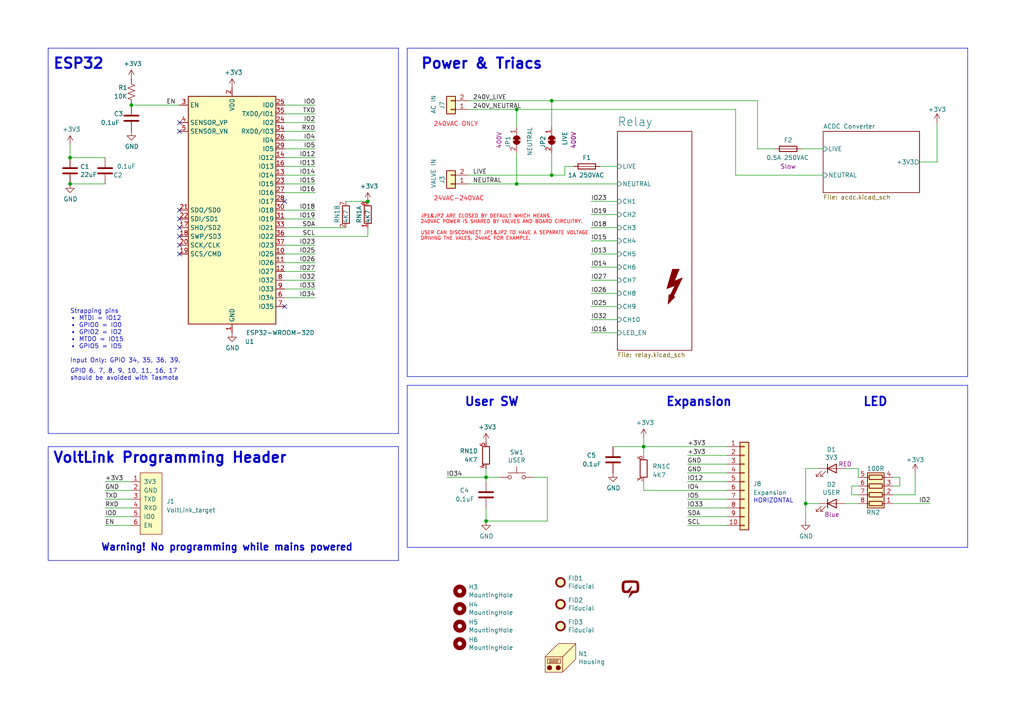
<source format=kicad_sch>
(kicad_sch (version 20230121) (generator eeschema)
  (paper "A4")
  (title_block (title "Voltlog ESP32 10ch Valve Actuator (Tasmota compatible)") (date "2023-08-25") (rev "D") (company "Voltlog"))
  (lib_symbols
    (symbol "+3V3_1" (power) (pin_names (offset 0))
      (property "Value" "+3V3_1" (at 0 3.556 0))
      (symbol "+3V3_1_0_1"
        (polyline (pts (xy -0.762 1.27) (xy 0 2.54)))
        (polyline (pts (xy 0 0) (xy 0 2.54)))
        (polyline (pts (xy 0 2.54) (xy 0.762 1.27)))
      )
      (symbol "+3V3_1_1_1"
        (pin power_in line (at 0 0 90) (length 0) hide (name "+3V3") (number "1"))
      )
    )
    (symbol "+3V3_2" (power) (pin_names (offset 0))
      (property "Value" "+3V3_2" (at 0 3.556 0))
      (symbol "+3V3_2_0_1"
        (polyline (pts (xy -0.762 1.27) (xy 0 2.54)))
        (polyline (pts (xy 0 0) (xy 0 2.54)))
        (polyline (pts (xy 0 2.54) (xy 0.762 1.27)))
      )
      (symbol "+3V3_2_1_1"
        (pin power_in line (at 0 0 90) (length 0) hide (name "+3V3") (number "1"))
      )
    )
    (symbol "Connector_Generic:Conn_01x02" (pin_names (offset 1.016) hide)
      (property "Reference" "J" (at 0 2.54 0))
      (property "Value" "Conn_01x02" (at 0 -5.08 0))
      (symbol "Conn_01x02_1_1"
        (rectangle (start -1.27 -2.413) (end 0 -2.667) (stroke (width 0.1524)))
        (rectangle (start -1.27 0.127) (end 0 -0.127) (stroke (width 0.1524)))
        (rectangle (start -1.27 1.27) (end 1.27 -3.81) (stroke (width 0.254)) (fill (type background)))
        (pin passive line (at -5.08 0 0) (length 3.81) (name "Pin_1") (number "1"))
        (pin passive line (at -5.08 -2.54 0) (length 3.81) (name "Pin_2") (number "2"))
      )
    )
    (symbol "Connector_Generic:Conn_01x10" (pin_names (offset 1.016) hide)
      (property "Reference" "J" (at 0 12.7 0))
      (property "Value" "Conn_01x10" (at 0 -15.24 0))
      (symbol "Conn_01x10_1_1"
        (rectangle (start -1.27 -12.573) (end 0 -12.827) (stroke (width 0.1524)))
        (rectangle (start -1.27 -10.033) (end 0 -10.287) (stroke (width 0.1524)))
        (rectangle (start -1.27 -7.493) (end 0 -7.747) (stroke (width 0.1524)))
        (rectangle (start -1.27 -4.953) (end 0 -5.207) (stroke (width 0.1524)))
        (rectangle (start -1.27 -2.413) (end 0 -2.667) (stroke (width 0.1524)))
        (rectangle (start -1.27 0.127) (end 0 -0.127) (stroke (width 0.1524)))
        (rectangle (start -1.27 2.667) (end 0 2.413) (stroke (width 0.1524)))
        (rectangle (start -1.27 5.207) (end 0 4.953) (stroke (width 0.1524)))
        (rectangle (start -1.27 7.747) (end 0 7.493) (stroke (width 0.1524)))
        (rectangle (start -1.27 10.287) (end 0 10.033) (stroke (width 0.1524)))
        (rectangle (start -1.27 11.43) (end 1.27 -13.97) (stroke (width 0.254)) (fill (type background)))
        (pin passive line (at -5.08 10.16 0) (length 3.81) (name "Pin_1") (number "1"))
        (pin passive line (at -5.08 -12.7 0) (length 3.81) (name "Pin_10") (number "10"))
        (pin passive line (at -5.08 7.62 0) (length 3.81) (name "Pin_2") (number "2"))
        (pin passive line (at -5.08 5.08 0) (length 3.81) (name "Pin_3") (number "3"))
        (pin passive line (at -5.08 2.54 0) (length 3.81) (name "Pin_4") (number "4"))
        (pin passive line (at -5.08 0 0) (length 3.81) (name "Pin_5") (number "5"))
        (pin passive line (at -5.08 -2.54 0) (length 3.81) (name "Pin_6") (number "6"))
        (pin passive line (at -5.08 -5.08 0) (length 3.81) (name "Pin_7") (number "7"))
        (pin passive line (at -5.08 -7.62 0) (length 3.81) (name "Pin_8") (number "8"))
        (pin passive line (at -5.08 -10.16 0) (length 3.81) (name "Pin_9") (number "9"))
      )
    )
    (symbol "Device:C" (pin_numbers hide) (pin_names (offset 0.254))
      (property "Reference" "C" (at 0.635 2.54 0))
      (property "Value" "C" (at 0.635 -2.54 0))
      (symbol "C_0_1"
        (polyline (pts (xy -2.032 -0.762) (xy 2.032 -0.762)) (stroke (width 0.508)))
        (polyline (pts (xy -2.032 0.762) (xy 2.032 0.762)) (stroke (width 0.508)))
      )
      (symbol "C_1_1"
        (pin passive line (at 0 3.81 270) (length 2.794) (name "~") (number "1"))
        (pin passive line (at 0 -3.81 90) (length 2.794) (name "~") (number "2"))
      )
    )
    (symbol "Device:Fuse" (pin_numbers hide) (pin_names (offset 0))
      (property "Reference" "F" (at 2.032 0 90))
      (property "Value" "Fuse" (at -1.905 0 90))
      (symbol "Fuse_0_1"
        (rectangle (start -0.762 -2.54) (end 0.762 2.54) (stroke (width 0.254)))
        (polyline (pts (xy 0 2.54) (xy 0 -2.54)))
      )
      (symbol "Fuse_1_1"
        (pin passive line (at 0 3.81 270) (length 1.27) (name "~") (number "1"))
        (pin passive line (at 0 -3.81 90) (length 1.27) (name "~") (number "2"))
      )
    )
    (symbol "Device:LED" (pin_numbers hide) (pin_names (offset 1.016) hide)
      (property "Reference" "D" (at 0 2.54 0))
      (property "Value" "LED" (at 0 -2.54 0))
      (symbol "LED_0_1"
        (polyline (pts (xy -1.27 -1.27) (xy -1.27 1.27)) (stroke (width 0.254)))
        (polyline (pts (xy -1.27 0) (xy 1.27 0)))
        (polyline (pts (xy 1.27 -1.27) (xy 1.27 1.27) (xy -1.27 0) (xy 1.27 -1.27)) (stroke (width 0.254)))
        (polyline (pts (xy -3.048 -0.762) (xy -4.572 -2.286) (xy -3.81 -2.286) (xy -4.572 -2.286) (xy -4.572 -1.524)))
        (polyline (pts (xy -1.778 -0.762) (xy -3.302 -2.286) (xy -2.54 -2.286) (xy -3.302 -2.286) (xy -3.302 -1.524)))
      )
      (symbol "LED_1_1"
        (pin passive line (at -3.81 0 0) (length 2.54) (name "K") (number "1"))
        (pin passive line (at 3.81 0 180) (length 2.54) (name "A") (number "2"))
      )
    )
    (symbol "Device:R_Pack04" (pin_names (offset 0) hide)
      (property "Reference" "RN" (at -7.62 0 90))
      (property "Value" "R_Pack04" (at 5.08 0 90))
      (symbol "R_Pack04_0_1"
        (rectangle (start -6.35 -2.413) (end 3.81 2.413) (stroke (width 0.254)) (fill (type background)))
        (rectangle (start -5.715 1.905) (end -4.445 -1.905) (stroke (width 0.254)))
        (rectangle (start -3.175 1.905) (end -1.905 -1.905) (stroke (width 0.254)))
        (rectangle (start -0.635 1.905) (end 0.635 -1.905) (stroke (width 0.254)))
        (polyline (pts (xy -5.08 -2.54) (xy -5.08 -1.905)))
        (polyline (pts (xy -5.08 1.905) (xy -5.08 2.54)))
        (polyline (pts (xy -2.54 -2.54) (xy -2.54 -1.905)))
        (polyline (pts (xy -2.54 1.905) (xy -2.54 2.54)))
        (polyline (pts (xy 0 -2.54) (xy 0 -1.905)))
        (polyline (pts (xy 0 1.905) (xy 0 2.54)))
        (polyline (pts (xy 2.54 -2.54) (xy 2.54 -1.905)))
        (polyline (pts (xy 2.54 1.905) (xy 2.54 2.54)))
        (rectangle (start 1.905 1.905) (end 3.175 -1.905) (stroke (width 0.254)))
      )
      (symbol "R_Pack04_1_1"
        (pin passive line (at -5.08 -5.08 90) (length 2.54) (name "R1.1") (number "1"))
        (pin passive line (at -2.54 -5.08 90) (length 2.54) (name "R2.1") (number "2"))
        (pin passive line (at 0 -5.08 90) (length 2.54) (name "R3.1") (number "3"))
        (pin passive line (at 2.54 -5.08 90) (length 2.54) (name "R4.1") (number "4"))
        (pin passive line (at 2.54 5.08 270) (length 2.54) (name "R4.2") (number "5"))
        (pin passive line (at 0 5.08 270) (length 2.54) (name "R3.2") (number "6"))
        (pin passive line (at -2.54 5.08 270) (length 2.54) (name "R2.2") (number "7"))
        (pin passive line (at -5.08 5.08 270) (length 2.54) (name "R1.2") (number "8"))
      )
    )
    (symbol "Device:R_Pack04_Split" (pin_names (offset 0) hide)
      (property "Reference" "RN" (at 2.032 0 90))
      (property "Value" "R_Pack04_Split" (at 0 0 90))
      (symbol "R_Pack04_Split_0_1"
        (rectangle (start 1.016 2.54) (end -1.016 -2.54) (stroke (width 0.254)))
      )
      (symbol "R_Pack04_Split_1_1"
        (pin passive line (at 0 -3.81 90) (length 1.27) (name "R1.1") (number "1"))
        (pin passive line (at 0 3.81 270) (length 1.27) (name "R1.2") (number "8"))
      )
      (symbol "R_Pack04_Split_2_1"
        (pin passive line (at 0 -3.81 90) (length 1.27) (name "R2.1") (number "2"))
        (pin passive line (at 0 3.81 270) (length 1.27) (name "R2.2") (number "7"))
      )
      (symbol "R_Pack04_Split_3_1"
        (pin passive line (at 0 -3.81 90) (length 1.27) (name "R3.1") (number "3"))
        (pin passive line (at 0 3.81 270) (length 1.27) (name "R3.2") (number "6"))
      )
      (symbol "R_Pack04_Split_4_1"
        (pin passive line (at 0 -3.81 90) (length 1.27) (name "R4.1") (number "4"))
        (pin passive line (at 0 3.81 270) (length 1.27) (name "R4.2") (number "5"))
      )
    )
    (symbol "Device:R_US" (pin_numbers hide) (pin_names (offset 0))
      (property "Reference" "R" (at 2.54 0 90))
      (property "Value" "R_US" (at -2.54 0 90))
      (symbol "R_US_0_1"
        (polyline (pts (xy 0 -2.286) (xy 0 -2.54)))
        (polyline (pts (xy 0 2.286) (xy 0 2.54)))
        (polyline (pts (xy 0 -0.762) (xy 1.016 -1.143) (xy 0 -1.524) (xy -1.016 -1.905) (xy 0 -2.286)))
        (polyline (pts (xy 0 0.762) (xy 1.016 0.381) (xy 0 0) (xy -1.016 -0.381) (xy 0 -0.762)))
        (polyline (pts (xy 0 2.286) (xy 1.016 1.905) (xy 0 1.524) (xy -1.016 1.143) (xy 0 0.762)))
      )
      (symbol "R_US_1_1"
        (pin passive line (at 0 3.81 270) (length 1.27) (name "~") (number "1"))
        (pin passive line (at 0 -3.81 90) (length 1.27) (name "~") (number "2"))
      )
    )
    (symbol "Graphic:SYM_Flash_Large" (pin_names (offset 1.016))
      (symbol "SYM_Flash_Large_0_1"
        (polyline (pts (xy 0.127 -3.556) (xy -1.524 -2.921) (xy -1.778 -5.588) (xy 0.127 -3.556)) (stroke (width 0.2032)) (fill (type outline)))
        (polyline (pts (xy -0.508 4.445) (xy 1.397 4.445) (xy 0 1.016) (xy 2.286 1.905) (xy -0.508 -3.937) (xy -1.397 -3.556) (xy 0.254 -0.254) (xy -2.159 -1.143) (xy -0.508 4.445)) (stroke (width 0.2032)) (fill (type outline)))
      )
    )
    (symbol "Jumper:SolderJumper_2_Bridged" (pin_names (offset 0) hide)
      (property "Reference" "JP" (at 0 2.032 0))
      (property "Value" "SolderJumper_2_Bridged" (at 0 -2.54 0))
      (symbol "SolderJumper_2_Bridged_0_1"
        (rectangle (start -0.508 0.508) (end 0.508 -0.508) (fill (type outline)))
        (arc (start -0.254 1.016) (mid -1.2656 0) (end -0.254 -1.016))
        (arc (start -0.254 1.016) (mid -1.2656 0) (end -0.254 -1.016) (fill (type outline)))
        (polyline (pts (xy -0.254 1.016) (xy -0.254 -1.016)))
        (polyline (pts (xy 0.254 1.016) (xy 0.254 -1.016)))
        (arc (start 0.254 -1.016) (mid 1.2656 0) (end 0.254 1.016))
        (arc (start 0.254 -1.016) (mid 1.2656 0) (end 0.254 1.016) (fill (type outline)))
      )
      (symbol "SolderJumper_2_Bridged_1_1"
        (pin passive line (at -3.81 0 0) (length 2.54) (name "A") (number "1"))
        (pin passive line (at 3.81 0 180) (length 2.54) (name "B") (number "2"))
      )
    )
    (symbol "Mechanical:Fiducial"
      (property "Reference" "FID" (at 0 5.08 0))
      (property "Value" "Fiducial" (at 0 3.175 0))
      (symbol "Fiducial_0_1"
        (circle (center 0 0) (radius 1.27) (stroke (width 0.508)) (fill (type background)))
      )
    )
    (symbol "Mechanical:Housing" (pin_names (offset 1.016))
      (property "Reference" "N" (at 3.81 0 0))
      (property "Value" "Housing" (at 3.81 -1.905 0))
      (symbol "Housing_0_1"
        (rectangle (start -5.08 -0.635) (end -1.27 -1.905))
        (circle (center -4.445 -3.175) (radius 0.635) (fill (type outline)))
        (circle (center -1.905 -3.175) (radius 0.635) (fill (type outline)))
        (polyline (pts (xy -4.5212 -1.5748) (xy -4.4704 -1.3716)))
        (polyline (pts (xy -4.4196 -1.6764) (xy -4.064 -1.6764)))
        (polyline (pts (xy -4.4196 -1.2192) (xy -4.3688 -0.9652)))
        (polyline (pts (xy -4.318 -1.3208) (xy -4.0132 -1.3208)))
        (polyline (pts (xy -4.2164 -0.9144) (xy -3.9116 -0.9144)))
        (polyline (pts (xy -3.9116 -1.6256) (xy -3.8608 -1.3716)))
        (polyline (pts (xy -3.81 -1.2192) (xy -3.7592 -0.9652)))
        (polyline (pts (xy -3.6068 -1.5748) (xy -3.556 -1.3716)))
        (polyline (pts (xy -3.5052 -1.6764) (xy -3.1496 -1.6764)))
        (polyline (pts (xy -3.5052 -1.2192) (xy -3.4544 -0.9652)))
        (polyline (pts (xy -3.4036 -1.3208) (xy -3.0988 -1.3208)))
        (polyline (pts (xy -3.302 -0.9144) (xy -2.9972 -0.9144)))
        (polyline (pts (xy -2.9972 -1.6256) (xy -2.9464 -1.3716)))
        (polyline (pts (xy -2.8956 -1.2192) (xy -2.8448 -0.9652)))
        (polyline (pts (xy -2.6924 -1.5748) (xy -2.6416 -1.3716)))
        (polyline (pts (xy -2.5908 -1.6764) (xy -2.2352 -1.6764)))
        (polyline (pts (xy -2.5908 -1.2192) (xy -2.54 -0.9652)))
        (polyline (pts (xy -2.4892 -1.3208) (xy -2.1844 -1.3208)))
        (polyline (pts (xy -2.3876 -0.9144) (xy -2.0828 -0.9144)))
        (polyline (pts (xy -2.0828 -1.6256) (xy -2.032 -1.3716)))
        (polyline (pts (xy -1.9812 -1.2192) (xy -1.9304 -0.9652)))
        (polyline (pts (xy -0.635 0) (xy -0.635 -4.445)))
        (polyline (pts (xy -5.715 0) (xy -0.635 0) (xy 3.175 3.81)))
        (polyline (pts (xy -5.715 0) (xy -5.715 -4.445) (xy -0.635 -4.445) (xy 3.175 -0.635) (xy 3.175 3.81) (xy -1.905 3.81) (xy -5.715 0)) (fill (type background)))
      )
    )
    (symbol "Mechanical:MountingHole" (pin_names (offset 1.016))
      (property "Reference" "H" (at 0 5.08 0))
      (property "Value" "MountingHole" (at 0 3.175 0))
      (symbol "MountingHole_0_1"
        (circle (center 0 0) (radius 1.27) (stroke (width 1.27)))
      )
    )
    (symbol "RF_Module:ESP32-WROOM-32D"
      (property "Reference" "U" (at -12.7 34.29 0))
      (property "Value" "ESP32-WROOM-32D" (at 1.27 34.29 0))
      (symbol "ESP32-WROOM-32D_0_1"
        (rectangle (start -12.7 33.02) (end 12.7 -33.02) (stroke (width 0.254)) (fill (type background)))
      )
      (symbol "ESP32-WROOM-32D_1_1"
        (pin power_in line (at 0 -35.56 90) (length 2.54) (name "GND") (number "1"))
        (pin bidirectional line (at 15.24 -12.7 180) (length 2.54) (name "IO25") (number "10"))
        (pin bidirectional line (at 15.24 -15.24 180) (length 2.54) (name "IO26") (number "11"))
        (pin bidirectional line (at 15.24 -17.78 180) (length 2.54) (name "IO27") (number "12"))
        (pin bidirectional line (at 15.24 10.16 180) (length 2.54) (name "IO14") (number "13"))
        (pin bidirectional line (at 15.24 15.24 180) (length 2.54) (name "IO12") (number "14"))
        (pin passive line (at 0 -35.56 90) (length 2.54) hide (name "GND") (number "15"))
        (pin bidirectional line (at 15.24 12.7 180) (length 2.54) (name "IO13") (number "16"))
        (pin bidirectional line (at -15.24 -5.08 0) (length 2.54) (name "SHD/SD2") (number "17"))
        (pin bidirectional line (at -15.24 -7.62 0) (length 2.54) (name "SWP/SD3") (number "18"))
        (pin bidirectional line (at -15.24 -12.7 0) (length 2.54) (name "SCS/CMD") (number "19"))
        (pin power_in line (at 0 35.56 270) (length 2.54) (name "VDD") (number "2"))
        (pin bidirectional line (at -15.24 -10.16 0) (length 2.54) (name "SCK/CLK") (number "20"))
        (pin bidirectional line (at -15.24 0 0) (length 2.54) (name "SDO/SD0") (number "21"))
        (pin bidirectional line (at -15.24 -2.54 0) (length 2.54) (name "SDI/SD1") (number "22"))
        (pin bidirectional line (at 15.24 7.62 180) (length 2.54) (name "IO15") (number "23"))
        (pin bidirectional line (at 15.24 25.4 180) (length 2.54) (name "IO2") (number "24"))
        (pin bidirectional line (at 15.24 30.48 180) (length 2.54) (name "IO0") (number "25"))
        (pin bidirectional line (at 15.24 20.32 180) (length 2.54) (name "IO4") (number "26"))
        (pin bidirectional line (at 15.24 5.08 180) (length 2.54) (name "IO16") (number "27"))
        (pin bidirectional line (at 15.24 2.54 180) (length 2.54) (name "IO17") (number "28"))
        (pin bidirectional line (at 15.24 17.78 180) (length 2.54) (name "IO5") (number "29"))
        (pin input line (at -15.24 30.48 0) (length 2.54) (name "EN") (number "3"))
        (pin bidirectional line (at 15.24 0 180) (length 2.54) (name "IO18") (number "30"))
        (pin bidirectional line (at 15.24 -2.54 180) (length 2.54) (name "IO19") (number "31"))
        (pin no_connect line (at -12.7 -27.94 0) (length 2.54) hide (name "NC") (number "32"))
        (pin bidirectional line (at 15.24 -5.08 180) (length 2.54) (name "IO21") (number "33"))
        (pin bidirectional line (at 15.24 22.86 180) (length 2.54) (name "RXD0/IO3") (number "34"))
        (pin bidirectional line (at 15.24 27.94 180) (length 2.54) (name "TXD0/IO1") (number "35"))
        (pin bidirectional line (at 15.24 -7.62 180) (length 2.54) (name "IO22") (number "36"))
        (pin bidirectional line (at 15.24 -10.16 180) (length 2.54) (name "IO23") (number "37"))
        (pin passive line (at 0 -35.56 90) (length 2.54) hide (name "GND") (number "38"))
        (pin passive line (at 0 -35.56 90) (length 2.54) hide (name "GND") (number "39"))
        (pin input line (at -15.24 25.4 0) (length 2.54) (name "SENSOR_VP") (number "4"))
        (pin input line (at -15.24 22.86 0) (length 2.54) (name "SENSOR_VN") (number "5"))
        (pin input line (at 15.24 -25.4 180) (length 2.54) (name "IO34") (number "6"))
        (pin input line (at 15.24 -27.94 180) (length 2.54) (name "IO35") (number "7"))
        (pin bidirectional line (at 15.24 -20.32 180) (length 2.54) (name "IO32") (number "8"))
        (pin bidirectional line (at 15.24 -22.86 180) (length 2.54) (name "IO33") (number "9"))
      )
    )
    (symbol "Switch:SW_Push" (pin_numbers hide) (pin_names (offset 1.016) hide)
      (property "Reference" "SW" (at 1.27 2.54 0))
      (property "Value" "SW_Push" (at 0 -1.524 0))
      (symbol "SW_Push_0_1"
        (circle (center -2.032 0) (radius 0.508))
        (polyline (pts (xy 0 1.27) (xy 0 3.048)))
        (polyline (pts (xy 2.54 1.27) (xy -2.54 1.27)))
        (circle (center 2.032 0) (radius 0.508))
        (pin passive line (at -5.08 0 0) (length 2.54) (name "1") (number "1"))
        (pin passive line (at 5.08 0 180) (length 2.54) (name "2") (number "2"))
      )
    )
    (symbol "Voltlog:VoltLink_target" (pin_names (offset 1.016))
      (property "Reference" "J" (at 0 10.16 0))
      (property "Value" "VoltLink_target" (at 0 -10.16 0))
      (symbol "VoltLink_target_0_1"
        (rectangle (start 2.54 -8.89) (end -3.81 8.89) (fill (type background)))
      )
      (symbol "VoltLink_target_1_1"
        (pin power_in line (at -6.35 6.35 0) (length 2.54) (name "3V3") (number "1"))
        (pin power_in line (at -6.35 3.81 0) (length 2.54) (name "GND") (number "2"))
        (pin bidirectional line (at -6.35 1.27 0) (length 2.54) (name "TXD") (number "3"))
        (pin bidirectional line (at -6.35 -1.27 0) (length 2.54) (name "RXD") (number "4"))
        (pin bidirectional line (at -6.35 -3.81 0) (length 2.54) (name "IO0") (number "5"))
        (pin bidirectional line (at -6.35 -6.35 0) (length 2.54) (name "EN") (number "6"))
      )
    )
    (symbol "power:+3V3" (power) (pin_names (offset 0))
      (property "Value" "+3V3" (at 0 3.556 0))
      (symbol "+3V3_0_1"
        (polyline (pts (xy -0.762 1.27) (xy 0 2.54)))
        (polyline (pts (xy 0 0) (xy 0 2.54)))
        (polyline (pts (xy 0 2.54) (xy 0.762 1.27)))
      )
      (symbol "+3V3_1_1"
        (pin power_in line (at 0 0 90) (length 0) hide (name "+3V3") (number "1"))
      )
    )
    (symbol "power:GND" (power) (pin_names (offset 0))
      (property "Value" "GND" (at 0 -3.81 0))
      (symbol "GND_0_1"
        (polyline (pts (xy 0 0) (xy 0 -1.27) (xy 1.27 -1.27) (xy 0 -2.54) (xy -1.27 -1.27) (xy 0 -1.27)))
      )
      (symbol "GND_1_1"
        (pin power_in line (at 0 0 270) (length 0) hide (name "GND") (number "1"))
      )
    )
    (symbol "voltlog:VOLTLOG_LOGO" (pin_numbers hide) (pin_names (offset 0) hide)
      (symbol "VOLTLOG_LOGO_0_0"
        (polyline (pts (xy -0.4064 -3.0988) (xy -0.4064 -3.0734) (xy -0.2286 -2.8956) (xy -0.1778 -2.8194) (xy -0.0254 -2.667) (xy 0.0508 -2.5654) (xy 0.2032 -2.413) (xy 0.2794 -2.3114) (xy 0.4318 -2.159) (xy 0.5334 -2.0066) (xy 0.7366 -1.8034) (xy 1.524 -1.8034) (xy 1.6002 -1.778) (xy 1.7018 -1.778) (xy 1.8288 -1.7526) (xy 1.9558 -1.7018) (xy 2.0574 -1.6256) (xy 2.2352 -1.4478) (xy 2.286 -1.3462) (xy 2.3622 -1.2192) (xy 2.3876 -1.0922) (xy 2.413 -1.0414) (xy 2.413 -0.9398) (xy 2.4384 -0.8382) (xy 2.4384 -0.7366) (xy 2.4638 -0.6096) (xy 2.4638 0.6096) (xy 2.4384 0.6858) (xy 2.4384 0.762) (xy 2.413 0.8382) (xy 2.413 0.9398) (xy 2.3622 1.143) (xy 2.3114 1.2954) (xy 2.2606 1.3716) (xy 2.2098 1.4224) (xy 2.159 1.4986) (xy 2.1082 1.524) (xy 2.0574 1.5748) (xy 1.9812 1.6256) (xy 1.8796 1.6764) (xy 1.7272 1.7272) (xy 1.6256 1.7526) (xy 1.524 1.7526) (xy 1.397 1.778) (xy 1.27 1.778) (xy 1.1176 1.8034) (xy 0.6096 1.8034) (xy 0.4318 1.8288) (xy -0.4826 1.8288) (xy -0.6604 1.8034) (xy -1.143 1.8034) (xy -1.2954 1.778) (xy -1.4224 1.778) (xy -1.5494 1.7526) (xy -1.651 1.7526) (xy -1.7272 1.7272) (xy -1.8034 1.7272) (xy -1.9304 1.6764) (xy -2.032 1.6256) (xy -2.1336 1.5494) (xy -2.2352 1.4478) (xy -2.2606 1.397) (xy -2.3622 1.2954) (xy -2.413 1.143) (xy -2.4638 0.9398) (xy -2.4638 0.8382) (xy -2.4892 0.7112) (xy -2.5146 0.5588) (xy -2.5146 -0.635) (xy -2.4638 -0.889) (xy -2.4638 -0.9906) (xy -2.4384 -1.0922) (xy -2.3876 -1.2446) (xy -2.286 -1.4478) (xy -2.1844 -1.5494) (xy -1.9812 -1.7018) (xy -1.8542 -1.7526) (xy -1.7526 -1.8034) (xy -1.1938 -1.8034) (xy -1.1176 -1.778) (xy -0.5588 -1.778) (xy -0.4064 -1.7018) (xy -0.3302 -1.651) (xy -0.1778 -1.4986) (xy -0.1778 -1.4732) (xy -0.127 -1.3716) (xy -0.0508 -1.143) (xy -0.0254 -1.0922) (xy 0 -1.016) (xy 0.0254 -0.9144) (xy 0.0762 -0.8128) (xy 0.1016 -0.7112) (xy 0.1524 -0.5842) (xy 0.1778 -0.4826) (xy 0.2286 -0.3556) (xy 0.2286 -0.3302) (xy 0.254 -0.254) (xy 0.3048 -0.1524) (xy 0.3556 0) (xy 0.3556 0.0508) (xy 0.381 0.1016) (xy 0.381 0.127) (xy 0.4064 0.127) (xy 0.3556 0.1778) (xy 0.3302 0.1778) (xy 0.3302 0.1524) (xy 0.3048 0.1524) (xy 0.1778 0.0254) (xy 0.1524 -0.0254) (xy 0.0508 -0.127) (xy 0 -0.2032) (xy -0.1524 -0.3556) (xy -0.2286 -0.4572) (xy -0.4064 -0.635) (xy -0.4826 -0.7366) (xy -0.5334 -0.8128) (xy -0.6096 -0.8636) (xy -0.6604 -0.9398) (xy -0.8128 -1.0922) (xy -0.8636 -1.1684) (xy -1.4224 -1.1684) (xy -1.4986 -1.143) (xy -1.6256 -1.143) (xy -1.651 -1.1176) (xy -1.7272 -1.0922) (xy -1.778 -0.9906) (xy -1.8034 -0.9652) (xy -1.8034 -0.889) (xy -1.8288 -0.7874) (xy -1.8288 -0.6858) (xy -1.8542 -0.5588) (xy -1.8542 0.4572) (xy -1.8288 0.5842) (xy -1.8288 0.7112) (xy -1.8034 0.8128) (xy -1.8034 0.8636) (xy -1.778 0.9144) (xy -1.778 0.9652) (xy -1.7526 1.016) (xy -1.7272 1.0414) (xy -1.6256 1.0922) (xy -1.5748 1.0922) (xy -1.4986 1.1176) (xy -1.2954 1.1176) (xy -1.1684 1.143) (xy -0.8636 1.143) (xy -0.6858 1.1684) (xy 0.5588 1.1684) (xy 0.7366 1.143) (xy 1.1684 1.143) (xy 1.2954 1.1176) (xy 1.397 1.1176) (xy 1.4986 1.0922) (xy 1.5748 1.0922) (xy 1.6764 1.0414) (xy 1.7018 1.016) (xy 1.7272 0.9652) (xy 1.7526 0.889) (xy 1.7526 0.8128) (xy 1.778 0.7874) (xy 1.778 0.6858) (xy 1.8034 0.5588) (xy 1.8034 0.2794) (xy 1.8288 0.127) (xy 1.8288 -0.1778) (xy 1.8034 -0.3302) (xy 1.8034 -0.5842) (xy 1.778 -0.7112) (xy 1.778 -0.8128) (xy 1.7526 -0.9144) (xy 1.7526 -0.9906) (xy 1.7272 -1.016) (xy 1.7018 -1.0668) (xy 1.651 -1.1176) (xy 1.6002 -1.143) (xy 1.5748 -1.143) (xy 1.524 -1.1684) (xy 0.5334 -1.1684) (xy 0.4826 -1.1938) (xy 0.381 -1.1938) (xy 0.3556 -1.2192) (xy 0.3302 -1.2192) (xy 0.2794 -1.2446) (xy 0.2286 -1.2954) (xy 0.1524 -1.3462) (xy 0.0508 -1.4986) (xy 0.0254 -1.524) (xy 0 -1.5748) (xy 0 -1.6256) (xy -0.0254 -1.6764) (xy -0.0508 -1.7526) (xy -0.0762 -1.778) (xy -0.0762 -1.8288) (xy -0.127 -1.9812) (xy -0.1778 -2.0828) (xy -0.2032 -2.1844) (xy -0.254 -2.286) (xy -0.2794 -2.413) (xy -0.3302 -2.5146) (xy -0.3556 -2.6162) (xy -0.381 -2.6924) (xy -0.4318 -2.794) (xy -0.4826 -2.9464) (xy -0.4826 -2.9972) (xy -0.508 -3.048) (xy -0.508 -3.1242) (xy -0.4318 -3.1242) (xy -0.4064 -3.0988)) (stroke (width 0.0254)) (fill (type outline)))
      )
    )
  )
  (junction (at 186.69 129.54))
  (junction (at 38.1 30.48))
  (junction (at 106.68 58.42))
  (junction (at 160.02 50.8))
  (junction (at 149.86 53.34))
  (junction (at 149.86 31.75))
  (junction (at 20.32 45.72))
  (junction (at 233.68 146.05))
  (junction (at 140.97 138.43))
  (junction (at 140.97 151.13))
  (junction (at 160.02 29.21))
  (junction (at 20.32 53.34))
  (no_connect (at 82.55 88.9))
  (no_connect (at 52.07 60.96))
  (no_connect (at 52.07 71.12))
  (no_connect (at 52.07 35.56))
  (no_connect (at 52.07 63.5))
  (no_connect (at 52.07 38.1))
  (no_connect (at 52.07 66.04))
  (no_connect (at 52.07 68.58))
  (no_connect (at 52.07 73.66))
  (no_connect (at 82.55 58.42))
  (wire (pts (xy 91.44 76.2) (xy 82.55 76.2)))
  (wire (pts (xy 149.86 31.75) (xy 149.86 36.83)))
  (wire (pts (xy 213.36 31.75) (xy 213.36 50.8)))
  (wire (pts (xy 171.45 69.85) (xy 179.07 69.85)))
  (wire (pts (xy 248.92 135.89) (xy 248.92 138.43)))
  (wire (pts (xy 100.33 58.42) (xy 106.68 58.42)))
  (wire (pts (xy 233.68 146.05) (xy 233.68 151.13)))
  (polyline (pts (xy 115.57 129.54) (xy 115.57 162.56)))
  (wire (pts (xy 237.49 135.89) (xy 233.68 135.89)))
  (wire (pts (xy 82.55 43.18) (xy 91.44 43.18)))
  (wire (pts (xy 140.97 138.43) (xy 140.97 139.7)))
  (wire (pts (xy 82.55 45.72) (xy 91.44 45.72)))
  (polyline (pts (xy 13.97 125.73) (xy 13.97 13.97)))
  (wire (pts (xy 82.55 48.26) (xy 91.44 48.26)))
  (wire (pts (xy 219.71 43.18) (xy 224.79 43.18)))
  (wire (pts (xy 219.71 29.21) (xy 219.71 43.18)))
  (wire (pts (xy 160.02 29.21) (xy 219.71 29.21)))
  (wire (pts (xy 213.36 50.8) (xy 238.76 50.8)))
  (wire (pts (xy 144.78 138.43) (xy 140.97 138.43)))
  (wire (pts (xy 38.1 149.86) (xy 30.48 149.86)))
  (wire (pts (xy 149.86 44.45) (xy 149.86 53.34)))
  (wire (pts (xy 82.55 63.5) (xy 91.44 63.5)))
  (wire (pts (xy 248.92 146.05) (xy 245.11 146.05)))
  (wire (pts (xy 266.7 46.99) (xy 271.78 46.99)))
  (polyline (pts (xy 118.11 111.76) (xy 280.67 111.76)))
  (wire (pts (xy 199.39 152.4) (xy 210.82 152.4)))
  (wire (pts (xy 82.55 68.58) (xy 106.68 68.58)))
  (wire (pts (xy 38.1 142.24) (xy 30.48 142.24)))
  (wire (pts (xy 38.1 147.32) (xy 30.48 147.32)))
  (wire (pts (xy 135.89 53.34) (xy 149.86 53.34)))
  (wire (pts (xy 163.83 48.26) (xy 166.37 48.26)))
  (wire (pts (xy 260.985 138.43) (xy 260.985 140.97)))
  (wire (pts (xy 160.02 50.8) (xy 163.83 50.8)))
  (polyline (pts (xy 115.57 125.73) (xy 13.97 125.73)))
  (wire (pts (xy 129.54 138.43) (xy 140.97 138.43)))
  (wire (pts (xy 171.45 88.9) (xy 179.07 88.9)))
  (wire (pts (xy 186.69 142.24) (xy 186.69 139.7)))
  (wire (pts (xy 177.8 129.54) (xy 186.69 129.54)))
  (wire (pts (xy 171.45 81.28) (xy 179.07 81.28)))
  (wire (pts (xy 171.45 85.09) (xy 179.07 85.09)))
  (wire (pts (xy 171.45 62.23) (xy 179.07 62.23)))
  (wire (pts (xy 106.68 68.58) (xy 106.68 66.04)))
  (wire (pts (xy 82.55 40.64) (xy 91.44 40.64)))
  (polyline (pts (xy 13.97 162.56) (xy 13.97 129.54)))
  (wire (pts (xy 199.39 132.08) (xy 210.82 132.08)))
  (wire (pts (xy 163.83 50.8) (xy 163.83 48.26)))
  (wire (pts (xy 91.44 53.34) (xy 82.55 53.34)))
  (wire (pts (xy 82.55 55.88) (xy 91.44 55.88)))
  (wire (pts (xy 140.97 147.32) (xy 140.97 151.13)))
  (wire (pts (xy 271.78 35.56) (xy 271.78 46.99)))
  (wire (pts (xy 233.68 135.89) (xy 233.68 146.05)))
  (wire (pts (xy 140.97 135.89) (xy 140.97 138.43)))
  (wire (pts (xy 173.99 48.26) (xy 179.07 48.26)))
  (wire (pts (xy 160.02 29.21) (xy 160.02 36.83)))
  (polyline (pts (xy 280.67 109.22) (xy 118.11 109.22)))
  (wire (pts (xy 186.69 129.54) (xy 210.82 129.54)))
  (wire (pts (xy 248.92 140.97) (xy 247.015 140.97)))
  (wire (pts (xy 82.55 30.48) (xy 91.44 30.48)))
  (wire (pts (xy 199.39 137.16) (xy 210.82 137.16)))
  (wire (pts (xy 91.44 50.8) (xy 82.55 50.8)))
  (wire (pts (xy 199.39 147.32) (xy 210.82 147.32)))
  (wire (pts (xy 158.75 138.43) (xy 158.75 151.13)))
  (polyline (pts (xy 13.97 13.97) (xy 115.57 13.97)))
  (wire (pts (xy 186.69 127) (xy 186.69 129.54)))
  (wire (pts (xy 171.45 73.66) (xy 179.07 73.66)))
  (wire (pts (xy 91.44 83.82) (xy 82.55 83.82)))
  (polyline (pts (xy 118.11 13.97) (xy 280.67 13.97)))
  (wire (pts (xy 20.32 53.34) (xy 30.48 53.34)))
  (wire (pts (xy 154.94 138.43) (xy 158.75 138.43)))
  (polyline (pts (xy 280.67 13.97) (xy 280.67 109.22)))
  (wire (pts (xy 171.45 96.52) (xy 179.07 96.52)))
  (wire (pts (xy 52.07 30.48) (xy 38.1 30.48)))
  (wire (pts (xy 82.55 35.56) (xy 91.44 35.56)))
  (wire (pts (xy 247.015 140.97) (xy 247.015 143.51)))
  (wire (pts (xy 140.97 151.13) (xy 158.75 151.13)))
  (wire (pts (xy 91.44 81.28) (xy 82.55 81.28)))
  (wire (pts (xy 20.32 41.91) (xy 20.32 45.72)))
  (wire (pts (xy 135.89 31.75) (xy 149.86 31.75)))
  (wire (pts (xy 91.44 33.02) (xy 82.55 33.02)))
  (wire (pts (xy 91.44 78.74) (xy 82.55 78.74)))
  (wire (pts (xy 199.39 134.62) (xy 210.82 134.62)))
  (wire (pts (xy 237.49 146.05) (xy 233.68 146.05)))
  (polyline (pts (xy 280.67 111.76) (xy 280.67 158.75)))
  (polyline (pts (xy 13.97 129.54) (xy 115.57 129.54)))
  (wire (pts (xy 38.1 139.7) (xy 30.48 139.7)))
  (wire (pts (xy 160.02 44.45) (xy 160.02 50.8)))
  (wire (pts (xy 38.1 152.4) (xy 30.48 152.4)))
  (wire (pts (xy 199.39 149.86) (xy 210.82 149.86)))
  (wire (pts (xy 82.55 71.12) (xy 91.44 71.12)))
  (wire (pts (xy 82.55 66.04) (xy 100.33 66.04)))
  (wire (pts (xy 186.69 142.24) (xy 210.82 142.24)))
  (wire (pts (xy 82.55 73.66) (xy 91.44 73.66)))
  (wire (pts (xy 20.32 45.72) (xy 30.48 45.72)))
  (wire (pts (xy 265.43 137.16) (xy 265.43 143.51)))
  (wire (pts (xy 247.015 143.51) (xy 248.92 143.51)))
  (wire (pts (xy 91.44 38.1) (xy 82.55 38.1)))
  (wire (pts (xy 259.08 146.05) (xy 269.875 146.05)))
  (wire (pts (xy 259.08 143.51) (xy 265.43 143.51)))
  (wire (pts (xy 259.08 138.43) (xy 260.985 138.43)))
  (wire (pts (xy 171.45 92.71) (xy 179.07 92.71)))
  (wire (pts (xy 82.55 60.96) (xy 91.44 60.96)))
  (wire (pts (xy 82.55 86.36) (xy 91.44 86.36)))
  (wire (pts (xy 199.39 144.78) (xy 210.82 144.78)))
  (wire (pts (xy 38.1 144.78) (xy 30.48 144.78)))
  (polyline (pts (xy 13.97 162.56) (xy 115.57 162.56)))
  (wire (pts (xy 171.45 77.47) (xy 179.07 77.47)))
  (polyline (pts (xy 118.11 109.22) (xy 118.11 13.97)))
  (wire (pts (xy 135.89 50.8) (xy 160.02 50.8)))
  (wire (pts (xy 149.86 31.75) (xy 213.36 31.75)))
  (wire (pts (xy 245.11 135.89) (xy 248.92 135.89)))
  (polyline (pts (xy 118.11 158.75) (xy 118.11 111.76)))
  (wire (pts (xy 186.69 132.08) (xy 186.69 129.54)))
  (wire (pts (xy 171.45 66.04) (xy 179.07 66.04)))
  (polyline (pts (xy 280.67 158.75) (xy 118.11 158.75)))
  (wire (pts (xy 149.86 53.34) (xy 179.07 53.34)))
  (wire (pts (xy 171.45 58.42) (xy 179.07 58.42)))
  (wire (pts (xy 199.39 139.7) (xy 210.82 139.7)))
  (wire (pts (xy 232.41 43.18) (xy 238.76 43.18)))
  (wire (pts (xy 135.89 29.21) (xy 160.02 29.21)))
  (polyline (pts (xy 115.57 13.97) (xy 115.57 125.73)))
  (wire (pts (xy 260.985 140.97) (xy 259.08 140.97)))
  (text "LED" (at 250.19 118.11 0) (effects (font (size 2.4892 2.4892) (thickness 0.4978) bold) (justify left bottom)))
  (text "User SW" (at 134.62 118.11 0) (effects (font (size 2.4892 2.4892) (thickness 0.4978) bold) (justify left bottom)))
  (text "Warning! No programming while mains powered" (at 29.21 160.02 0) (effects (font (size 2.0066 2.0066) (thickness 0.4013) bold) (justify left bottom)))
  (text "Strapping pins\n• MTDI = IO12\n• GPIO0 = IO0\n• GPIO2 = IO2\n• MTDO = IO15\n• GPIO5 = IO5\n\nInput Only: GPIO 34, 35, 36, 39." (at 20.32 105.41 0) (effects (font (size 1.27 1.27)) (justify left bottom)))
  (text "HORIZONTAL" (at 218.44 146.05 0) (effects (font (size 1.27 1.27)) (justify left bottom)))
  (text "VoltLink Programming Header" (at 15.24 134.62 0) (effects (font (size 2.9972 2.9972) (thickness 0.5994) bold) (justify left bottom)))
  (text "Expansion" (at 193.04 118.11 0) (effects (font (size 2.4892 2.4892) (thickness 0.4978) bold) (justify left bottom)))
  (text "ESP32" (at 15.24 20.32 0) (effects (font (size 2.9972 2.9972) (thickness 0.5994) bold) (justify left bottom)))
  (text "240VAC ONLY" (at 125.73 36.83 0) (effects (font (size 1.27 1.27)) (justify left bottom)))
  (text "JP1&JP2 ARE CLOSED BY DEFAULT WHICH MEANS\n240VAC POWER IS SHARED BY VALVES AND BOARD CIRCUITRY.\n\nUSER CAN DISCONNECT JP1&JP2 TO HAVE A SEPARATE VOLTAGE\nDRIVING THE VALES, 24VAC FOR EXAMPLE." (at 121.92 69.85 0) (effects (font (size 1 1)) (justify left bottom)))
  (text "GPIO 6, 7, 8, 9, 10, 11, 16, 17\nshould be avoided with Tasmota" (at 20.32 110.49 0) (effects (font (size 1.27 1.27)) (justify left bottom)))
  (text "Power & Triacs" (at 121.92 20.32 0) (effects (font (size 2.9972 2.9972) (thickness 0.5994) bold) (justify left bottom)))
  (text "24VAC-240VAC" (at 125.73 58.42 0) (effects (font (size 1.27 1.27)) (justify left bottom)))
  (label "IO2" (at 91.44 35.56 180))
  (label "240V_NEUTRAL" (at 137.16 31.75 0))
  (label "240V_LIVE" (at 137.16 29.21 0))
  (label "IO14" (at 91.44 50.8 180))
  (label "IO23" (at 171.45 58.42 0))
  (label "IO19" (at 171.45 62.23 0))
  (label "IO5" (at 199.39 144.78 0))
  (label "IO32" (at 171.45 92.71 0))
  (label "GND" (at 30.48 142.24 0))
  (label "EN" (at 48.26 30.48 0))
  (label "IO18" (at 91.44 60.96 180))
  (label "IO25" (at 171.45 88.9 0))
  (label "RXD" (at 30.48 147.32 0))
  (label "IO0" (at 30.48 149.86 0))
  (label "IO33" (at 199.39 147.32 0))
  (label "IO18" (at 171.45 66.04 0))
  (label "+3V3" (at 199.39 129.54 0))
  (label "IO33" (at 91.44 83.82 180))
  (label "IO15" (at 91.44 53.34 180))
  (label "IO5" (at 91.44 43.18 180))
  (label "IO25" (at 91.44 73.66 180))
  (label "IO2" (at 269.875 146.05 180))
  (label "IO34" (at 129.54 138.43 0))
  (label "NEUTRAL" (at 137.16 53.34 0))
  (label "IO34" (at 91.44 86.36 180))
  (label "IO16" (at 91.44 55.88 180))
  (label "IO13" (at 91.44 48.26 180))
  (label "IO4" (at 91.44 40.64 180))
  (label "TXD" (at 91.44 33.02 180))
  (label "IO12" (at 199.39 139.7 0))
  (label "GND" (at 199.39 137.16 0))
  (label "IO15" (at 171.45 69.85 0))
  (label "IO14" (at 171.45 77.47 0))
  (label "TXD" (at 30.48 144.78 0))
  (label "IO27" (at 171.45 81.28 0))
  (label "RXD" (at 91.44 38.1 180))
  (label "IO4" (at 199.39 142.24 0))
  (label "IO16" (at 171.45 96.52 0))
  (label "LIVE" (at 137.16 50.8 0))
  (label "IO19" (at 91.44 63.5 180))
  (label "SCL" (at 91.44 68.58 180))
  (label "GND" (at 199.39 134.62 0))
  (label "SDA" (at 199.39 149.86 0))
  (label "+3V3" (at 199.39 132.08 0))
  (label "IO13" (at 171.45 73.66 0))
  (label "SCL" (at 199.39 152.4 0))
  (label "IO26" (at 91.44 76.2 180))
  (label "IO27" (at 91.44 78.74 180))
  (label "IO12" (at 91.44 45.72 180))
  (label "EN" (at 30.48 152.4 0))
  (label "+3V3" (at 30.48 139.7 0))
  (label "IO0" (at 91.44 30.48 180))
  (label "IO23" (at 91.44 71.12 180))
  (label "IO26" (at 171.45 85.09 0))
  (label "IO32" (at 91.44 81.28 180))
  (label "SDA" (at 91.44 66.04 180))
  (symbol (lib_id "RF_Module:ESP32-WROOM-32D") (at 67.31 60.96 0) (unit 1)
    (property "Reference" "U1" (at 72.39 99.06 0))
    (property "Value" "ESP32-WROOM-32D" (at 81.28 96.52 0))
    (property "Footprint" "RF_Module:ESP32-WROOM-32" (effects hide))
    (property "Datasheet" "https://www.espressif.com/sites/default/files/documentation/esp32-wroom-32d_esp32-wroom-32u_datasheet_en.pdf" (effects hide))
  )
  (symbol (lib_id "power:+3V3") (at 38.1 22.86 0) (unit 1)
    (property "Reference" "#PWR03" (effects hide))
    (property "Value" "+3V3" (at 38.481 18.4658 0))
  )
  (symbol (lib_id "power:GND") (at 67.31 96.52 0) (unit 1)
    (property "Reference" "#PWR06" (effects hide))
    (property "Value" "GND" (at 67.437 100.9142 0))
  )
  (symbol (lib_id "Mechanical:MountingHole") (at 133.35 171.45 0) (unit 1)
    (property "Reference" "H3" (at 135.89 170.2816 0) (effects (justify left)))
    (property "Value" "MountingHole" (at 135.89 172.593 0) (effects (justify left)))
    (property "Footprint" "MountingHole:MountingHole_3.2mm_M3_DIN965" (effects hide))
  )
  (symbol (lib_id "Mechanical:MountingHole") (at 133.35 176.53 0) (unit 1)
    (property "Reference" "H4" (at 135.89 175.3616 0) (effects (justify left)))
    (property "Value" "MountingHole" (at 135.89 177.673 0) (effects (justify left)))
    (property "Footprint" "MountingHole:MountingHole_3.2mm_M3_DIN965" (effects hide))
  )
  (symbol (lib_id "Mechanical:MountingHole") (at 133.35 181.61 0) (unit 1)
    (property "Reference" "H5" (at 135.89 180.4416 0) (effects (justify left)))
    (property "Value" "MountingHole" (at 135.89 182.753 0) (effects (justify left)))
    (property "Footprint" "MountingHole:MountingHole_3.2mm_M3_DIN965" (effects hide))
  )
  (symbol (lib_id "Mechanical:MountingHole") (at 133.35 186.69 0) (unit 1)
    (property "Reference" "H6" (at 135.89 185.5216 0) (effects (justify left)))
    (property "Value" "MountingHole" (at 135.89 187.833 0) (effects (justify left)))
    (property "Footprint" "MountingHole:MountingHole_3.2mm_M3_DIN965" (effects hide))
  )
  (symbol (lib_id "power:GND") (at 140.97 151.13 0) (unit 1)
    (property "Reference" "#PWR011" (effects hide))
    (property "Value" "GND" (at 141.097 155.5242 0))
  )
  (symbol (lib_id "Device:C") (at 38.1 34.29 0) (unit 1)
    (property "Reference" "C3" (at 33.02 33.02 0) (effects (justify left)))
    (property "Value" "0.1uF" (at 29.21 35.56 0) (effects (justify left)))
    (property "Footprint" "Capacitor_SMD:C_0402_1005Metric" (effects hide))
    (property "LCSC" "C307331" (effects hide))
    (property "PN" "CL05B104KB54PNC" (effects hide))
    (property "Voltage" "50V" (effects hide))
  )
  (symbol (lib_id "Device:C") (at 20.32 49.53 0) (unit 1)
    (property "Reference" "C1" (at 23.241 48.3616 0) (effects (justify left)))
    (property "Value" "22uF" (at 23.241 50.673 0) (effects (justify left)))
    (property "Footprint" "Capacitor_SMD:C_1206_3216Metric" (effects hide))
    (property "PN" "CL31A226KAHNNNE" (effects hide))
    (property "LCSC" "C12891" (effects hide))
    (property "Voltage" "25V" (effects hide))
  )
  (symbol (lib_id "Mechanical:Fiducial") (at 162.56 168.91 0) (unit 1)
    (property "Reference" "FID1" (at 164.719 167.7416 0) (effects (justify left)))
    (property "Value" "Fiducial" (at 164.719 170.053 0) (effects (justify left)))
    (property "Footprint" "Fiducial:Fiducial_0.5mm_Mask1mm" (effects hide))
  )
  (symbol (lib_id "Mechanical:Fiducial") (at 162.56 175.26 0) (unit 1)
    (property "Reference" "FID2" (at 164.719 174.0916 0) (effects (justify left)))
    (property "Value" "Fiducial" (at 164.719 176.403 0) (effects (justify left)))
    (property "Footprint" "Fiducial:Fiducial_0.5mm_Mask1mm" (effects hide))
  )
  (symbol (lib_id "Mechanical:Fiducial") (at 162.56 181.61 0) (unit 1)
    (property "Reference" "FID3" (at 164.719 180.4416 0) (effects (justify left)))
    (property "Value" "Fiducial" (at 164.719 182.753 0) (effects (justify left)))
    (property "Footprint" "Fiducial:Fiducial_0.5mm_Mask1mm" (effects hide))
  )
  (symbol (lib_id "voltlog:VOLTLOG_LOGO") (at 182.88 170.18 0) (unit 1)
    (property "Reference" "V1" (effects hide))
    (property "Value" "VOLTLOG_LOGO" (effects hide))
    (property "Footprint" "Voltlog:voltlog_silk_5mm" (effects hide))
  )
  (symbol (lib_id "Mechanical:Housing") (at 163.83 190.5 0) (unit 1)
    (property "Reference" "N1" (at 167.7162 189.6364 0) (effects (justify left)))
    (property "Value" "Housing" (at 167.7162 191.9478 0) (effects (justify left)))
    (property "Footprint" "voltlog:BRT-80005" (effects hide))
  )
  (symbol (lib_id "Graphic:SYM_Flash_Large") (at 195.58 82.55 0) (unit 1)
    (property "Reference" "#SYM1" (effects hide))
    (property "Value" "SYM_Flash_Large" (effects hide))
    (property "Footprint" "Symbol:Symbol_HighVoltage_Type2_CopperTop_Big" (effects hide))
  )
  (symbol (lib_id "power:+3V3") (at 67.31 25.4 0) (unit 1)
    (property "Reference" "#PWR05" (effects hide))
    (property "Value" "+3V3" (at 67.691 21.0058 0))
  )
  (symbol (lib_id "Device:R_US") (at 38.1 26.67 180) (unit 1)
    (property "Reference" "R1" (at 34.29 25.4 0) (effects (justify right)))
    (property "Value" "10K" (at 33.02 27.94 0) (effects (justify right)))
    (property "Footprint" "Resistor_SMD:R_0402_1005Metric" (effects hide))
    (property "LCSC" "C25744" (effects hide))
  )
  (symbol (lib_id "power:GND") (at 38.1 38.1 0) (unit 1)
    (property "Reference" "#PWR04" (effects hide))
    (property "Value" "GND" (at 38.227 42.4942 0))
  )
  (symbol (lib_id "power:+3V3") (at 20.32 41.91 0) (unit 1)
    (property "Reference" "#PWR01" (effects hide))
    (property "Value" "+3V3" (at 20.701 37.5158 0))
  )
  (symbol (lib_id "power:GND") (at 20.32 53.34 0) (unit 1)
    (property "Reference" "#PWR02" (effects hide))
    (property "Value" "GND" (at 20.447 57.7342 0))
  )
  (symbol (lib_id "power:+3V3") (at 106.68 58.42 0) (unit 1)
    (property "Reference" "#PWR09" (effects hide))
    (property "Value" "+3V3" (at 107.061 54.0258 0))
  )
  (symbol (lib_id "Switch:SW_Push") (at 149.86 138.43 0) (unit 1)
    (property "Reference" "SW1" (at 149.86 131.191 0))
    (property "Value" "USER" (at 149.86 133.5024 0))
    (property "Footprint" "Voltlog:TS1045AD" (effects hide))
    (property "Datasheet" "https://datasheet.lcsc.com/lcsc/2109081230_Yuandi-TS-1045AD-A10B3-D2_C2894747.pdf" (effects hide))
    (property "LCSC" "C2894747" (effects hide))
  )
  (symbol (lib_id "power:+3V3") (at 140.97 128.27 0) (unit 1)
    (property "Reference" "#PWR010" (effects hide))
    (property "Value" "+3V3" (at 141.351 123.8758 0))
  )
  (symbol (lib_id "Device:LED") (at 241.3 135.89 0) (unit 1)
    (property "Reference" "D1" (at 241.1222 130.3782 0))
    (property "Value" "3V3" (at 241.1222 132.6896 0))
    (property "Footprint" "LED_SMD:LED_0603_1608Metric" (effects hide))
    (property "Datasheet" "https://datasheet.lcsc.com/lcsc/1810231112_Hubei-KENTO-Elec-KT-0603R_C2286.pdf" (effects hide))
    (property "LCSC" "C2286" (effects hide))
    (property "Color" "RED" (at 245.11 134.62 0))
  )
  (symbol (lib_id "Device:LED") (at 241.3 146.05 0) (unit 1)
    (property "Reference" "D2" (at 241.1222 140.5382 0))
    (property "Value" "USER" (at 241.1222 142.8496 0))
    (property "Footprint" "LED_SMD:LED_0603_1608Metric" (effects hide))
    (property "Datasheet" "https://datasheet.lcsc.com/lcsc/1811101510_Everlight-Elec-19-217-BHC-ZL1M2RY-3T_C72041.pdf" (effects hide))
    (property "Color" "Blue" (at 241.3 149.225 0))
    (property "LCSC" "C72041" (effects hide))
  )
  (symbol (lib_id "power:GND") (at 233.68 151.13 0) (unit 1)
    (property "Reference" "#PWR014" (effects hide))
    (property "Value" "GND" (at 233.807 155.5242 0))
  )
  (symbol (lib_id "Device:Fuse") (at 228.6 43.18 270) (unit 1)
    (property "Reference" "F2" (at 227.33 40.64 90) (effects (justify left)))
    (property "Value" "0.5A 250VAC" (at 222.25 45.72 90) (effects (justify left)))
    (property "Footprint" "Voltlog:Fuse_2410" (effects hide))
    (property "Datasheet" "https://datasheet.lcsc.com/lcsc/2305151203_Shenzhen-JDT-Fuse-JFC2410-0500TS_C136377.pdf" (effects hide))
    (property "PN" "JFC2410-0500TS" (effects hide))
    (property "LCSC" "C136377" (effects hide))
    (property "Type" "Slow" (at 228.6 48.26 90))
  )
  (symbol (lib_id "Jumper:SolderJumper_2_Bridged") (at 160.02 40.64 270) (unit 1)
    (property "Reference" "JP2" (at 157.48 39.37 0) (effects (justify left)))
    (property "Value" "LIVE" (at 163.83 38.1 0) (effects (justify left)))
    (property "Footprint" "Resistor_SMD:R_2512_6332Metric" (effects hide))
    (property "Datasheet" "https://www.vishay.com/docs/20035/dcrcwe3.pdf" (effects hide))
    (property "Voltage" "400V" (at 166.37 40.64 0))
    (property "LCSC" "C844882" (effects hide))
    (property "PN" "CRCW20100000Z0EF" (effects hide))
  )
  (symbol (lib_id "Device:Fuse") (at 170.18 48.26 90) (unit 1)
    (property "Reference" "F1" (at 171.45 45.72 90) (effects (justify left)))
    (property "Value" "1A 250VAC" (at 175.26 50.8 90) (effects (justify left)))
    (property "Footprint" "Fuse:Fuseholder_Cylinder-5x20mm_Stelvio-Kontek_PTF78_Horizontal_Open" (effects hide))
    (property "Datasheet" "https://datasheet.lcsc.com/lcsc/2305251016_XFCN-PTF-77_C717030.pdf" (effects hide))
    (property "PN" "PTF-77" (effects hide))
    (property "LCSC" "C717030" (effects hide))
  )
  (symbol (lib_id "Connector_Generic:Conn_01x02") (at 130.81 31.75 180) (unit 1)
    (property "Reference" "J7" (at 128.27 31.75 90) (effects (justify right)))
    (property "Value" "AC IN" (at 125.73 33.02 90) (effects (justify right)))
    (property "Footprint" "Voltlog:TerminalBlock_1x02_P5.00mm_Horizontal" (effects hide))
    (property "LCSC" "Voltlog:TerminalBlock_1x02_P5.00mm_Horizontal" (effects hide))
  )
  (symbol (lib_id "Device:C") (at 140.97 143.51 0) (unit 1)
    (property "Reference" "C4" (at 133.35 142.24 0) (effects (justify left)))
    (property "Value" "0.1uF" (at 132.08 144.78 0) (effects (justify left)))
    (property "Footprint" "Capacitor_SMD:C_0402_1005Metric" (effects hide))
    (property "LCSC" "C307331" (effects hide))
    (property "PN" "CL05B104KB54PNC" (effects hide))
    (property "Voltage" "50V" (effects hide))
  )
  (symbol (lib_id "Device:R_Pack04_Split") (at 140.97 132.08 0) (unit 4)
    (property "Reference" "RN1" (at 133.35 130.81 0) (effects (justify left)))
    (property "Value" "4K7" (at 134.62 133.35 0) (effects (justify left)))
    (property "Footprint" "Resistor_SMD:R_Array_Convex_4x0603" (effects hide))
    (property "LCSC" "C1980" (effects hide))
  )
  (symbol (lib_id "Connector_Generic:Conn_01x02") (at 130.81 53.34 180) (unit 1)
    (property "Reference" "J3" (at 128.27 53.34 90) (effects (justify right)))
    (property "Value" "VALVE IN" (at 125.73 54.61 90) (effects (justify right)))
    (property "Footprint" "Voltlog:TerminalBlock_1x02_P5.00mm_Horizontal" (effects hide))
  )
  (symbol (lib_id "Connector_Generic:Conn_01x10") (at 215.9 139.7 0) (unit 1)
    (property "Reference" "J8" (at 218.44 140.335 0) (effects (justify left)))
    (property "Value" "Expansion" (at 218.44 142.875 0) (effects (justify left)))
    (property "Footprint" "Voltlog:JST_SH_SM10B-SRSS-TB_1x10-1MP_P1.00mm_Horizontal" (effects hide))
    (property "Datasheet" "https://datasheet.lcsc.com/lcsc/2304140030_XKB-Connectivity-X1002WRS-10L-HF-LPSW_C718184.pdf" (effects hide))
    (property "LCSC" "C718184" (effects hide))
  )
  (symbol (lib_id "Device:R_Pack04_Split") (at 186.69 135.89 0) (unit 3)
    (property "Reference" "RN1" (at 189.23 135.255 0) (effects (justify left)))
    (property "Value" "4K7" (at 189.23 137.795 0) (effects (justify left)))
    (property "Footprint" "Resistor_SMD:R_Array_Convex_4x0603" (effects hide))
    (property "LCSC" "C1980" (effects hide))
  )
  (symbol (lib_id "Device:C") (at 177.8 133.35 0) (unit 1)
    (property "Reference" "C5" (at 170.18 132.08 0) (effects (justify left)))
    (property "Value" "0.1uF" (at 168.91 134.62 0) (effects (justify left)))
    (property "Footprint" "Capacitor_SMD:C_0402_1005Metric" (effects hide))
    (property "LCSC" "C307331" (effects hide))
    (property "PN" "CL05B104KB54PNC" (effects hide))
    (property "Voltage" "50V" (effects hide))
  )
  (symbol (lib_id "Device:R_Pack04_Split") (at 106.68 62.23 0) (unit 1)
    (property "Reference" "RN1" (at 104.14 64.77 90) (effects (justify left)))
    (property "Value" "4K7" (at 106.68 64.77 90) (effects (justify left)))
    (property "Footprint" "Resistor_SMD:R_Array_Convex_4x0603" (effects hide))
    (property "LCSC" "C1980" (effects hide))
  )
  (symbol (lib_id "power:+3V3") (at 186.69 127 0) (unit 1)
    (property "Reference" "#PWR08" (effects hide))
    (property "Value" "+3V3" (at 187.071 122.6058 0))
  )
  (symbol (lib_id "Voltlog:VoltLink_target") (at 44.45 146.05 0) (unit 1)
    (property "Reference" "J1" (at 48.26 145.415 0) (effects (justify left)))
    (property "Value" "VoltLink_target" (at 48.26 147.955 0) (effects (justify left)))
    (property "Footprint" "Voltlog:VoltLink-vertical" (effects hide))
  )
  (symbol (lib_id "Device:R_Pack04_Split") (at 100.33 62.23 0) (unit 2)
    (property "Reference" "RN1" (at 97.79 64.77 90) (effects (justify left)))
    (property "Value" "4K7" (at 100.33 64.77 90) (effects (justify left)))
    (property "Footprint" "Resistor_SMD:R_Array_Convex_4x0603" (effects hide))
    (property "LCSC" "C1980" (effects hide))
  )
  (symbol (lib_id "Device:R_Pack04") (at 254 140.97 90) (unit 1)
    (property "Reference" "RN2" (at 255.27 148.59 90) (effects (justify left)))
    (property "Value" "100R" (at 256.54 135.89 90) (effects (justify left)))
    (property "Footprint" "Resistor_SMD:R_Array_Convex_4x0603" (effects hide))
    (property "LCSC" "C2991278" (effects hide))
  )
  (symbol (lib_name "+3V3_2") (lib_id "power:+3V3") (at 265.43 137.16 0) (unit 1)
    (property "Reference" "#PWR015" (effects hide))
    (property "Value" "+3V3" (at 265.43 133.35 0))
  )
  (symbol (lib_id "Device:C") (at 30.48 49.53 180) (unit 1)
    (property "Reference" "C2" (at 35.56 50.8 0) (effects (justify left)))
    (property "Value" "0.1uF" (at 39.37 48.26 0) (effects (justify left)))
    (property "Footprint" "Capacitor_SMD:C_0402_1005Metric" (effects hide))
    (property "LCSC" "C307331" (effects hide))
    (property "PN" "CL05B104KB54PNC" (effects hide))
    (property "Voltage" "50V" (effects hide))
  )
  (symbol (lib_id "Jumper:SolderJumper_2_Bridged") (at 149.86 40.64 270) (unit 1)
    (property "Reference" "JP1" (at 147.32 39.37 0) (effects (justify left)))
    (property "Value" "NEUTRAL" (at 153.67 36.83 0) (effects (justify left)))
    (property "Footprint" "Resistor_SMD:R_2512_6332Metric" (effects hide))
    (property "Datasheet" "https://www.vishay.com/docs/20035/dcrcwe3.pdf" (effects hide))
    (property "Voltage" "400V" (at 144.78 40.64 0))
    (property "LCSC" "C844882" (effects hide))
    (property "PN" "CRCW20100000Z0EF" (effects hide))
  )
  (symbol (lib_id "power:GND") (at 177.8 137.16 0) (unit 1)
    (property "Reference" "#PWR07" (effects hide))
    (property "Value" "GND" (at 177.927 141.5542 0))
  )
  (symbol (lib_name "+3V3_1") (lib_id "power:+3V3") (at 271.78 35.56 0) (unit 1)
    (property "Reference" "#PWR016" (effects hide))
    (property "Value" "+3V3" (at 271.78 31.75 0))
  )
  (sheet (at 179.07 38.1) (size 21.59 63.5)
    (property "Sheetname" "Relay" (at 179.07 36.7788 0) (effects (font (size 2.4892 2.4892)) (justify left bottom)))
    (property "Sheetfile" "relay.kicad_sch" (at 179.07 102.1846 0) (effects (justify left top)))
    (pin "CH1" input (at 179.07 58.42 180))
    (pin "CH2" input (at 179.07 62.23 180))
    (pin "CH3" input (at 179.07 66.04 180))
    (pin "CH4" input (at 179.07 69.85 180))
    (pin "CH5" input (at 179.07 73.66 180))
    (pin "CH6" input (at 179.07 77.47 180))
    (pin "CH7" input (at 179.07 81.28 180))
    (pin "CH8" input (at 179.07 85.09 180))
    (pin "CH9" input (at 179.07 88.9 180))
    (pin "CH10" input (at 179.07 92.71 180))
    (pin "LED_EN" input (at 179.07 96.52 180))
    (pin "NEUTRAL" input (at 179.07 53.34 180))
    (pin "LIVE" input (at 179.07 48.26 180))
  )
  (sheet (at 238.76 38.1) (size 27.94 17.78) (stroke (width 0.1524))
    (property "Sheetname" "ACDC Converter" (at 238.76 37.3884 0) (effects (justify left bottom)))
    (property "Sheetfile" "acdc.kicad_sch" (at 238.76 56.4646 0) (effects (justify left top)))
    (pin "LIVE" input (at 238.76 43.18 180))
    (pin "NEUTRAL" input (at 238.76 50.8 180))
    (pin "+3V3" output (at 266.7 46.99 0))
  )
)
</source>
